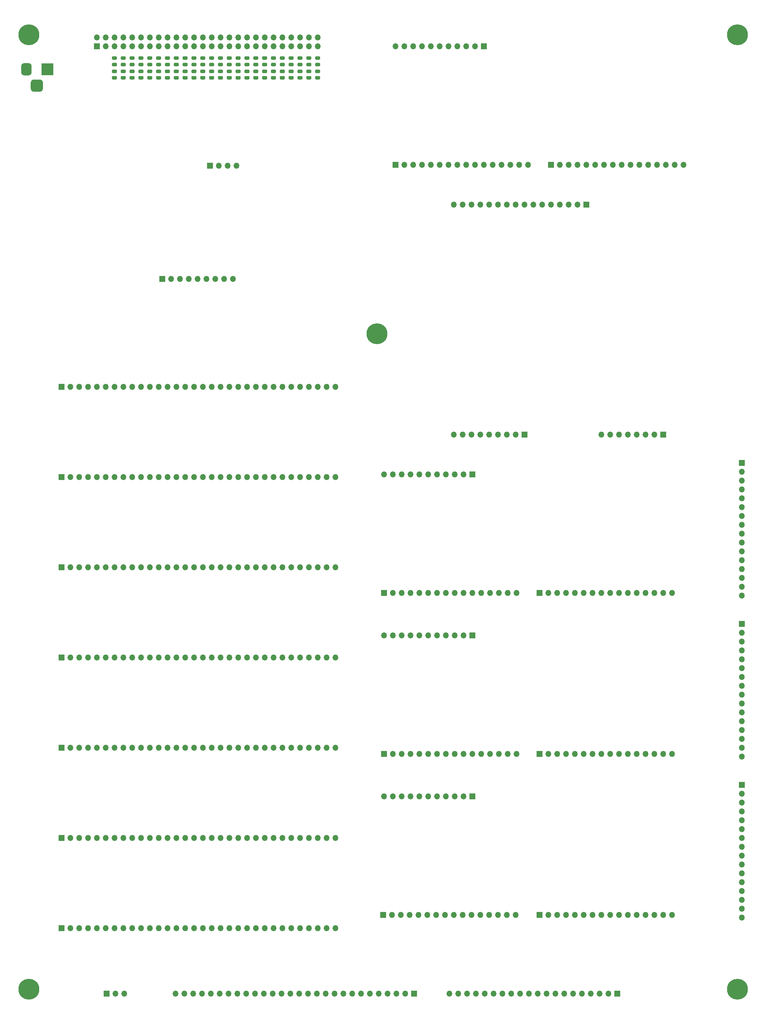
<source format=gbr>
%TF.GenerationSoftware,KiCad,Pcbnew,(5.1.10-1-10_14)*%
%TF.CreationDate,2021-11-29T15:29:07-05:00*%
%TF.ProjectId,FULL-assembly-backplane,46554c4c-2d61-4737-9365-6d626c792d62,rev?*%
%TF.SameCoordinates,Original*%
%TF.FileFunction,Soldermask,Top*%
%TF.FilePolarity,Negative*%
%FSLAX46Y46*%
G04 Gerber Fmt 4.6, Leading zero omitted, Abs format (unit mm)*
G04 Created by KiCad (PCBNEW (5.1.10-1-10_14)) date 2021-11-29 15:29:07*
%MOMM*%
%LPD*%
G01*
G04 APERTURE LIST*
%ADD10O,1.700000X1.700000*%
%ADD11R,1.700000X1.700000*%
%ADD12C,6.000000*%
%ADD13C,0.800000*%
%ADD14R,3.500000X3.500000*%
G04 APERTURE END LIST*
D10*
%TO.C,J24*%
X139954000Y-270764000D03*
X137414000Y-270764000D03*
D11*
X134874000Y-270764000D03*
%TD*%
D10*
%TO.C,J2*%
X233426000Y-270764000D03*
X235966000Y-270764000D03*
X238506000Y-270764000D03*
X241046000Y-270764000D03*
X243586000Y-270764000D03*
X246126000Y-270764000D03*
X248666000Y-270764000D03*
X251206000Y-270764000D03*
X253746000Y-270764000D03*
X256286000Y-270764000D03*
X258826000Y-270764000D03*
X261366000Y-270764000D03*
X263906000Y-270764000D03*
X266446000Y-270764000D03*
X268986000Y-270764000D03*
X271526000Y-270764000D03*
X274066000Y-270764000D03*
X276606000Y-270764000D03*
X279146000Y-270764000D03*
D11*
X281686000Y-270764000D03*
%TD*%
%TO.C,R24*%
G36*
G01*
X195129998Y-7258000D02*
X196030002Y-7258000D01*
G75*
G02*
X196280000Y-7507998I0J-249998D01*
G01*
X196280000Y-8033002D01*
G75*
G02*
X196030002Y-8283000I-249998J0D01*
G01*
X195129998Y-8283000D01*
G75*
G02*
X194880000Y-8033002I0J249998D01*
G01*
X194880000Y-7507998D01*
G75*
G02*
X195129998Y-7258000I249998J0D01*
G01*
G37*
G36*
G01*
X195129998Y-5433000D02*
X196030002Y-5433000D01*
G75*
G02*
X196280000Y-5682998I0J-249998D01*
G01*
X196280000Y-6208002D01*
G75*
G02*
X196030002Y-6458000I-249998J0D01*
G01*
X195129998Y-6458000D01*
G75*
G02*
X194880000Y-6208002I0J249998D01*
G01*
X194880000Y-5682998D01*
G75*
G02*
X195129998Y-5433000I249998J0D01*
G01*
G37*
%TD*%
%TO.C,R23*%
G36*
G01*
X192589998Y-7258000D02*
X193490002Y-7258000D01*
G75*
G02*
X193740000Y-7507998I0J-249998D01*
G01*
X193740000Y-8033002D01*
G75*
G02*
X193490002Y-8283000I-249998J0D01*
G01*
X192589998Y-8283000D01*
G75*
G02*
X192340000Y-8033002I0J249998D01*
G01*
X192340000Y-7507998D01*
G75*
G02*
X192589998Y-7258000I249998J0D01*
G01*
G37*
G36*
G01*
X192589998Y-5433000D02*
X193490002Y-5433000D01*
G75*
G02*
X193740000Y-5682998I0J-249998D01*
G01*
X193740000Y-6208002D01*
G75*
G02*
X193490002Y-6458000I-249998J0D01*
G01*
X192589998Y-6458000D01*
G75*
G02*
X192340000Y-6208002I0J249998D01*
G01*
X192340000Y-5682998D01*
G75*
G02*
X192589998Y-5433000I249998J0D01*
G01*
G37*
%TD*%
%TO.C,R22*%
G36*
G01*
X190049998Y-7258000D02*
X190950002Y-7258000D01*
G75*
G02*
X191200000Y-7507998I0J-249998D01*
G01*
X191200000Y-8033002D01*
G75*
G02*
X190950002Y-8283000I-249998J0D01*
G01*
X190049998Y-8283000D01*
G75*
G02*
X189800000Y-8033002I0J249998D01*
G01*
X189800000Y-7507998D01*
G75*
G02*
X190049998Y-7258000I249998J0D01*
G01*
G37*
G36*
G01*
X190049998Y-5433000D02*
X190950002Y-5433000D01*
G75*
G02*
X191200000Y-5682998I0J-249998D01*
G01*
X191200000Y-6208002D01*
G75*
G02*
X190950002Y-6458000I-249998J0D01*
G01*
X190049998Y-6458000D01*
G75*
G02*
X189800000Y-6208002I0J249998D01*
G01*
X189800000Y-5682998D01*
G75*
G02*
X190049998Y-5433000I249998J0D01*
G01*
G37*
%TD*%
%TO.C,R21*%
G36*
G01*
X187509998Y-7258000D02*
X188410002Y-7258000D01*
G75*
G02*
X188660000Y-7507998I0J-249998D01*
G01*
X188660000Y-8033002D01*
G75*
G02*
X188410002Y-8283000I-249998J0D01*
G01*
X187509998Y-8283000D01*
G75*
G02*
X187260000Y-8033002I0J249998D01*
G01*
X187260000Y-7507998D01*
G75*
G02*
X187509998Y-7258000I249998J0D01*
G01*
G37*
G36*
G01*
X187509998Y-5433000D02*
X188410002Y-5433000D01*
G75*
G02*
X188660000Y-5682998I0J-249998D01*
G01*
X188660000Y-6208002D01*
G75*
G02*
X188410002Y-6458000I-249998J0D01*
G01*
X187509998Y-6458000D01*
G75*
G02*
X187260000Y-6208002I0J249998D01*
G01*
X187260000Y-5682998D01*
G75*
G02*
X187509998Y-5433000I249998J0D01*
G01*
G37*
%TD*%
%TO.C,R20*%
G36*
G01*
X184969998Y-7258000D02*
X185870002Y-7258000D01*
G75*
G02*
X186120000Y-7507998I0J-249998D01*
G01*
X186120000Y-8033002D01*
G75*
G02*
X185870002Y-8283000I-249998J0D01*
G01*
X184969998Y-8283000D01*
G75*
G02*
X184720000Y-8033002I0J249998D01*
G01*
X184720000Y-7507998D01*
G75*
G02*
X184969998Y-7258000I249998J0D01*
G01*
G37*
G36*
G01*
X184969998Y-5433000D02*
X185870002Y-5433000D01*
G75*
G02*
X186120000Y-5682998I0J-249998D01*
G01*
X186120000Y-6208002D01*
G75*
G02*
X185870002Y-6458000I-249998J0D01*
G01*
X184969998Y-6458000D01*
G75*
G02*
X184720000Y-6208002I0J249998D01*
G01*
X184720000Y-5682998D01*
G75*
G02*
X184969998Y-5433000I249998J0D01*
G01*
G37*
%TD*%
%TO.C,R19*%
G36*
G01*
X182429998Y-7258000D02*
X183330002Y-7258000D01*
G75*
G02*
X183580000Y-7507998I0J-249998D01*
G01*
X183580000Y-8033002D01*
G75*
G02*
X183330002Y-8283000I-249998J0D01*
G01*
X182429998Y-8283000D01*
G75*
G02*
X182180000Y-8033002I0J249998D01*
G01*
X182180000Y-7507998D01*
G75*
G02*
X182429998Y-7258000I249998J0D01*
G01*
G37*
G36*
G01*
X182429998Y-5433000D02*
X183330002Y-5433000D01*
G75*
G02*
X183580000Y-5682998I0J-249998D01*
G01*
X183580000Y-6208002D01*
G75*
G02*
X183330002Y-6458000I-249998J0D01*
G01*
X182429998Y-6458000D01*
G75*
G02*
X182180000Y-6208002I0J249998D01*
G01*
X182180000Y-5682998D01*
G75*
G02*
X182429998Y-5433000I249998J0D01*
G01*
G37*
%TD*%
%TO.C,R18*%
G36*
G01*
X179889998Y-7258000D02*
X180790002Y-7258000D01*
G75*
G02*
X181040000Y-7507998I0J-249998D01*
G01*
X181040000Y-8033002D01*
G75*
G02*
X180790002Y-8283000I-249998J0D01*
G01*
X179889998Y-8283000D01*
G75*
G02*
X179640000Y-8033002I0J249998D01*
G01*
X179640000Y-7507998D01*
G75*
G02*
X179889998Y-7258000I249998J0D01*
G01*
G37*
G36*
G01*
X179889998Y-5433000D02*
X180790002Y-5433000D01*
G75*
G02*
X181040000Y-5682998I0J-249998D01*
G01*
X181040000Y-6208002D01*
G75*
G02*
X180790002Y-6458000I-249998J0D01*
G01*
X179889998Y-6458000D01*
G75*
G02*
X179640000Y-6208002I0J249998D01*
G01*
X179640000Y-5682998D01*
G75*
G02*
X179889998Y-5433000I249998J0D01*
G01*
G37*
%TD*%
%TO.C,R17*%
G36*
G01*
X177349998Y-7258000D02*
X178250002Y-7258000D01*
G75*
G02*
X178500000Y-7507998I0J-249998D01*
G01*
X178500000Y-8033002D01*
G75*
G02*
X178250002Y-8283000I-249998J0D01*
G01*
X177349998Y-8283000D01*
G75*
G02*
X177100000Y-8033002I0J249998D01*
G01*
X177100000Y-7507998D01*
G75*
G02*
X177349998Y-7258000I249998J0D01*
G01*
G37*
G36*
G01*
X177349998Y-5433000D02*
X178250002Y-5433000D01*
G75*
G02*
X178500000Y-5682998I0J-249998D01*
G01*
X178500000Y-6208002D01*
G75*
G02*
X178250002Y-6458000I-249998J0D01*
G01*
X177349998Y-6458000D01*
G75*
G02*
X177100000Y-6208002I0J249998D01*
G01*
X177100000Y-5682998D01*
G75*
G02*
X177349998Y-5433000I249998J0D01*
G01*
G37*
%TD*%
%TO.C,R16*%
G36*
G01*
X174809998Y-7258000D02*
X175710002Y-7258000D01*
G75*
G02*
X175960000Y-7507998I0J-249998D01*
G01*
X175960000Y-8033002D01*
G75*
G02*
X175710002Y-8283000I-249998J0D01*
G01*
X174809998Y-8283000D01*
G75*
G02*
X174560000Y-8033002I0J249998D01*
G01*
X174560000Y-7507998D01*
G75*
G02*
X174809998Y-7258000I249998J0D01*
G01*
G37*
G36*
G01*
X174809998Y-5433000D02*
X175710002Y-5433000D01*
G75*
G02*
X175960000Y-5682998I0J-249998D01*
G01*
X175960000Y-6208002D01*
G75*
G02*
X175710002Y-6458000I-249998J0D01*
G01*
X174809998Y-6458000D01*
G75*
G02*
X174560000Y-6208002I0J249998D01*
G01*
X174560000Y-5682998D01*
G75*
G02*
X174809998Y-5433000I249998J0D01*
G01*
G37*
%TD*%
%TO.C,R15*%
G36*
G01*
X172269998Y-7258000D02*
X173170002Y-7258000D01*
G75*
G02*
X173420000Y-7507998I0J-249998D01*
G01*
X173420000Y-8033002D01*
G75*
G02*
X173170002Y-8283000I-249998J0D01*
G01*
X172269998Y-8283000D01*
G75*
G02*
X172020000Y-8033002I0J249998D01*
G01*
X172020000Y-7507998D01*
G75*
G02*
X172269998Y-7258000I249998J0D01*
G01*
G37*
G36*
G01*
X172269998Y-5433000D02*
X173170002Y-5433000D01*
G75*
G02*
X173420000Y-5682998I0J-249998D01*
G01*
X173420000Y-6208002D01*
G75*
G02*
X173170002Y-6458000I-249998J0D01*
G01*
X172269998Y-6458000D01*
G75*
G02*
X172020000Y-6208002I0J249998D01*
G01*
X172020000Y-5682998D01*
G75*
G02*
X172269998Y-5433000I249998J0D01*
G01*
G37*
%TD*%
%TO.C,R14*%
G36*
G01*
X169729998Y-7258000D02*
X170630002Y-7258000D01*
G75*
G02*
X170880000Y-7507998I0J-249998D01*
G01*
X170880000Y-8033002D01*
G75*
G02*
X170630002Y-8283000I-249998J0D01*
G01*
X169729998Y-8283000D01*
G75*
G02*
X169480000Y-8033002I0J249998D01*
G01*
X169480000Y-7507998D01*
G75*
G02*
X169729998Y-7258000I249998J0D01*
G01*
G37*
G36*
G01*
X169729998Y-5433000D02*
X170630002Y-5433000D01*
G75*
G02*
X170880000Y-5682998I0J-249998D01*
G01*
X170880000Y-6208002D01*
G75*
G02*
X170630002Y-6458000I-249998J0D01*
G01*
X169729998Y-6458000D01*
G75*
G02*
X169480000Y-6208002I0J249998D01*
G01*
X169480000Y-5682998D01*
G75*
G02*
X169729998Y-5433000I249998J0D01*
G01*
G37*
%TD*%
%TO.C,R13*%
G36*
G01*
X167189998Y-7258000D02*
X168090002Y-7258000D01*
G75*
G02*
X168340000Y-7507998I0J-249998D01*
G01*
X168340000Y-8033002D01*
G75*
G02*
X168090002Y-8283000I-249998J0D01*
G01*
X167189998Y-8283000D01*
G75*
G02*
X166940000Y-8033002I0J249998D01*
G01*
X166940000Y-7507998D01*
G75*
G02*
X167189998Y-7258000I249998J0D01*
G01*
G37*
G36*
G01*
X167189998Y-5433000D02*
X168090002Y-5433000D01*
G75*
G02*
X168340000Y-5682998I0J-249998D01*
G01*
X168340000Y-6208002D01*
G75*
G02*
X168090002Y-6458000I-249998J0D01*
G01*
X167189998Y-6458000D01*
G75*
G02*
X166940000Y-6208002I0J249998D01*
G01*
X166940000Y-5682998D01*
G75*
G02*
X167189998Y-5433000I249998J0D01*
G01*
G37*
%TD*%
%TO.C,R12*%
G36*
G01*
X164649998Y-7258000D02*
X165550002Y-7258000D01*
G75*
G02*
X165800000Y-7507998I0J-249998D01*
G01*
X165800000Y-8033002D01*
G75*
G02*
X165550002Y-8283000I-249998J0D01*
G01*
X164649998Y-8283000D01*
G75*
G02*
X164400000Y-8033002I0J249998D01*
G01*
X164400000Y-7507998D01*
G75*
G02*
X164649998Y-7258000I249998J0D01*
G01*
G37*
G36*
G01*
X164649998Y-5433000D02*
X165550002Y-5433000D01*
G75*
G02*
X165800000Y-5682998I0J-249998D01*
G01*
X165800000Y-6208002D01*
G75*
G02*
X165550002Y-6458000I-249998J0D01*
G01*
X164649998Y-6458000D01*
G75*
G02*
X164400000Y-6208002I0J249998D01*
G01*
X164400000Y-5682998D01*
G75*
G02*
X164649998Y-5433000I249998J0D01*
G01*
G37*
%TD*%
%TO.C,R11*%
G36*
G01*
X162109998Y-7258000D02*
X163010002Y-7258000D01*
G75*
G02*
X163260000Y-7507998I0J-249998D01*
G01*
X163260000Y-8033002D01*
G75*
G02*
X163010002Y-8283000I-249998J0D01*
G01*
X162109998Y-8283000D01*
G75*
G02*
X161860000Y-8033002I0J249998D01*
G01*
X161860000Y-7507998D01*
G75*
G02*
X162109998Y-7258000I249998J0D01*
G01*
G37*
G36*
G01*
X162109998Y-5433000D02*
X163010002Y-5433000D01*
G75*
G02*
X163260000Y-5682998I0J-249998D01*
G01*
X163260000Y-6208002D01*
G75*
G02*
X163010002Y-6458000I-249998J0D01*
G01*
X162109998Y-6458000D01*
G75*
G02*
X161860000Y-6208002I0J249998D01*
G01*
X161860000Y-5682998D01*
G75*
G02*
X162109998Y-5433000I249998J0D01*
G01*
G37*
%TD*%
%TO.C,R10*%
G36*
G01*
X159569998Y-7258000D02*
X160470002Y-7258000D01*
G75*
G02*
X160720000Y-7507998I0J-249998D01*
G01*
X160720000Y-8033002D01*
G75*
G02*
X160470002Y-8283000I-249998J0D01*
G01*
X159569998Y-8283000D01*
G75*
G02*
X159320000Y-8033002I0J249998D01*
G01*
X159320000Y-7507998D01*
G75*
G02*
X159569998Y-7258000I249998J0D01*
G01*
G37*
G36*
G01*
X159569998Y-5433000D02*
X160470002Y-5433000D01*
G75*
G02*
X160720000Y-5682998I0J-249998D01*
G01*
X160720000Y-6208002D01*
G75*
G02*
X160470002Y-6458000I-249998J0D01*
G01*
X159569998Y-6458000D01*
G75*
G02*
X159320000Y-6208002I0J249998D01*
G01*
X159320000Y-5682998D01*
G75*
G02*
X159569998Y-5433000I249998J0D01*
G01*
G37*
%TD*%
%TO.C,R9*%
G36*
G01*
X157029998Y-7258000D02*
X157930002Y-7258000D01*
G75*
G02*
X158180000Y-7507998I0J-249998D01*
G01*
X158180000Y-8033002D01*
G75*
G02*
X157930002Y-8283000I-249998J0D01*
G01*
X157029998Y-8283000D01*
G75*
G02*
X156780000Y-8033002I0J249998D01*
G01*
X156780000Y-7507998D01*
G75*
G02*
X157029998Y-7258000I249998J0D01*
G01*
G37*
G36*
G01*
X157029998Y-5433000D02*
X157930002Y-5433000D01*
G75*
G02*
X158180000Y-5682998I0J-249998D01*
G01*
X158180000Y-6208002D01*
G75*
G02*
X157930002Y-6458000I-249998J0D01*
G01*
X157029998Y-6458000D01*
G75*
G02*
X156780000Y-6208002I0J249998D01*
G01*
X156780000Y-5682998D01*
G75*
G02*
X157029998Y-5433000I249998J0D01*
G01*
G37*
%TD*%
%TO.C,D24*%
G36*
G01*
X196036250Y-2598000D02*
X195123750Y-2598000D01*
G75*
G02*
X194880000Y-2354250I0J243750D01*
G01*
X194880000Y-1866750D01*
G75*
G02*
X195123750Y-1623000I243750J0D01*
G01*
X196036250Y-1623000D01*
G75*
G02*
X196280000Y-1866750I0J-243750D01*
G01*
X196280000Y-2354250D01*
G75*
G02*
X196036250Y-2598000I-243750J0D01*
G01*
G37*
G36*
G01*
X196036250Y-4473000D02*
X195123750Y-4473000D01*
G75*
G02*
X194880000Y-4229250I0J243750D01*
G01*
X194880000Y-3741750D01*
G75*
G02*
X195123750Y-3498000I243750J0D01*
G01*
X196036250Y-3498000D01*
G75*
G02*
X196280000Y-3741750I0J-243750D01*
G01*
X196280000Y-4229250D01*
G75*
G02*
X196036250Y-4473000I-243750J0D01*
G01*
G37*
%TD*%
%TO.C,D23*%
G36*
G01*
X193496250Y-2598000D02*
X192583750Y-2598000D01*
G75*
G02*
X192340000Y-2354250I0J243750D01*
G01*
X192340000Y-1866750D01*
G75*
G02*
X192583750Y-1623000I243750J0D01*
G01*
X193496250Y-1623000D01*
G75*
G02*
X193740000Y-1866750I0J-243750D01*
G01*
X193740000Y-2354250D01*
G75*
G02*
X193496250Y-2598000I-243750J0D01*
G01*
G37*
G36*
G01*
X193496250Y-4473000D02*
X192583750Y-4473000D01*
G75*
G02*
X192340000Y-4229250I0J243750D01*
G01*
X192340000Y-3741750D01*
G75*
G02*
X192583750Y-3498000I243750J0D01*
G01*
X193496250Y-3498000D01*
G75*
G02*
X193740000Y-3741750I0J-243750D01*
G01*
X193740000Y-4229250D01*
G75*
G02*
X193496250Y-4473000I-243750J0D01*
G01*
G37*
%TD*%
%TO.C,D22*%
G36*
G01*
X190956250Y-2598000D02*
X190043750Y-2598000D01*
G75*
G02*
X189800000Y-2354250I0J243750D01*
G01*
X189800000Y-1866750D01*
G75*
G02*
X190043750Y-1623000I243750J0D01*
G01*
X190956250Y-1623000D01*
G75*
G02*
X191200000Y-1866750I0J-243750D01*
G01*
X191200000Y-2354250D01*
G75*
G02*
X190956250Y-2598000I-243750J0D01*
G01*
G37*
G36*
G01*
X190956250Y-4473000D02*
X190043750Y-4473000D01*
G75*
G02*
X189800000Y-4229250I0J243750D01*
G01*
X189800000Y-3741750D01*
G75*
G02*
X190043750Y-3498000I243750J0D01*
G01*
X190956250Y-3498000D01*
G75*
G02*
X191200000Y-3741750I0J-243750D01*
G01*
X191200000Y-4229250D01*
G75*
G02*
X190956250Y-4473000I-243750J0D01*
G01*
G37*
%TD*%
%TO.C,D21*%
G36*
G01*
X188416250Y-2598000D02*
X187503750Y-2598000D01*
G75*
G02*
X187260000Y-2354250I0J243750D01*
G01*
X187260000Y-1866750D01*
G75*
G02*
X187503750Y-1623000I243750J0D01*
G01*
X188416250Y-1623000D01*
G75*
G02*
X188660000Y-1866750I0J-243750D01*
G01*
X188660000Y-2354250D01*
G75*
G02*
X188416250Y-2598000I-243750J0D01*
G01*
G37*
G36*
G01*
X188416250Y-4473000D02*
X187503750Y-4473000D01*
G75*
G02*
X187260000Y-4229250I0J243750D01*
G01*
X187260000Y-3741750D01*
G75*
G02*
X187503750Y-3498000I243750J0D01*
G01*
X188416250Y-3498000D01*
G75*
G02*
X188660000Y-3741750I0J-243750D01*
G01*
X188660000Y-4229250D01*
G75*
G02*
X188416250Y-4473000I-243750J0D01*
G01*
G37*
%TD*%
%TO.C,D20*%
G36*
G01*
X185876250Y-2598000D02*
X184963750Y-2598000D01*
G75*
G02*
X184720000Y-2354250I0J243750D01*
G01*
X184720000Y-1866750D01*
G75*
G02*
X184963750Y-1623000I243750J0D01*
G01*
X185876250Y-1623000D01*
G75*
G02*
X186120000Y-1866750I0J-243750D01*
G01*
X186120000Y-2354250D01*
G75*
G02*
X185876250Y-2598000I-243750J0D01*
G01*
G37*
G36*
G01*
X185876250Y-4473000D02*
X184963750Y-4473000D01*
G75*
G02*
X184720000Y-4229250I0J243750D01*
G01*
X184720000Y-3741750D01*
G75*
G02*
X184963750Y-3498000I243750J0D01*
G01*
X185876250Y-3498000D01*
G75*
G02*
X186120000Y-3741750I0J-243750D01*
G01*
X186120000Y-4229250D01*
G75*
G02*
X185876250Y-4473000I-243750J0D01*
G01*
G37*
%TD*%
%TO.C,D19*%
G36*
G01*
X183336250Y-2598000D02*
X182423750Y-2598000D01*
G75*
G02*
X182180000Y-2354250I0J243750D01*
G01*
X182180000Y-1866750D01*
G75*
G02*
X182423750Y-1623000I243750J0D01*
G01*
X183336250Y-1623000D01*
G75*
G02*
X183580000Y-1866750I0J-243750D01*
G01*
X183580000Y-2354250D01*
G75*
G02*
X183336250Y-2598000I-243750J0D01*
G01*
G37*
G36*
G01*
X183336250Y-4473000D02*
X182423750Y-4473000D01*
G75*
G02*
X182180000Y-4229250I0J243750D01*
G01*
X182180000Y-3741750D01*
G75*
G02*
X182423750Y-3498000I243750J0D01*
G01*
X183336250Y-3498000D01*
G75*
G02*
X183580000Y-3741750I0J-243750D01*
G01*
X183580000Y-4229250D01*
G75*
G02*
X183336250Y-4473000I-243750J0D01*
G01*
G37*
%TD*%
%TO.C,D18*%
G36*
G01*
X180796250Y-2598000D02*
X179883750Y-2598000D01*
G75*
G02*
X179640000Y-2354250I0J243750D01*
G01*
X179640000Y-1866750D01*
G75*
G02*
X179883750Y-1623000I243750J0D01*
G01*
X180796250Y-1623000D01*
G75*
G02*
X181040000Y-1866750I0J-243750D01*
G01*
X181040000Y-2354250D01*
G75*
G02*
X180796250Y-2598000I-243750J0D01*
G01*
G37*
G36*
G01*
X180796250Y-4473000D02*
X179883750Y-4473000D01*
G75*
G02*
X179640000Y-4229250I0J243750D01*
G01*
X179640000Y-3741750D01*
G75*
G02*
X179883750Y-3498000I243750J0D01*
G01*
X180796250Y-3498000D01*
G75*
G02*
X181040000Y-3741750I0J-243750D01*
G01*
X181040000Y-4229250D01*
G75*
G02*
X180796250Y-4473000I-243750J0D01*
G01*
G37*
%TD*%
%TO.C,D17*%
G36*
G01*
X178256250Y-2598000D02*
X177343750Y-2598000D01*
G75*
G02*
X177100000Y-2354250I0J243750D01*
G01*
X177100000Y-1866750D01*
G75*
G02*
X177343750Y-1623000I243750J0D01*
G01*
X178256250Y-1623000D01*
G75*
G02*
X178500000Y-1866750I0J-243750D01*
G01*
X178500000Y-2354250D01*
G75*
G02*
X178256250Y-2598000I-243750J0D01*
G01*
G37*
G36*
G01*
X178256250Y-4473000D02*
X177343750Y-4473000D01*
G75*
G02*
X177100000Y-4229250I0J243750D01*
G01*
X177100000Y-3741750D01*
G75*
G02*
X177343750Y-3498000I243750J0D01*
G01*
X178256250Y-3498000D01*
G75*
G02*
X178500000Y-3741750I0J-243750D01*
G01*
X178500000Y-4229250D01*
G75*
G02*
X178256250Y-4473000I-243750J0D01*
G01*
G37*
%TD*%
%TO.C,D16*%
G36*
G01*
X175716250Y-2598000D02*
X174803750Y-2598000D01*
G75*
G02*
X174560000Y-2354250I0J243750D01*
G01*
X174560000Y-1866750D01*
G75*
G02*
X174803750Y-1623000I243750J0D01*
G01*
X175716250Y-1623000D01*
G75*
G02*
X175960000Y-1866750I0J-243750D01*
G01*
X175960000Y-2354250D01*
G75*
G02*
X175716250Y-2598000I-243750J0D01*
G01*
G37*
G36*
G01*
X175716250Y-4473000D02*
X174803750Y-4473000D01*
G75*
G02*
X174560000Y-4229250I0J243750D01*
G01*
X174560000Y-3741750D01*
G75*
G02*
X174803750Y-3498000I243750J0D01*
G01*
X175716250Y-3498000D01*
G75*
G02*
X175960000Y-3741750I0J-243750D01*
G01*
X175960000Y-4229250D01*
G75*
G02*
X175716250Y-4473000I-243750J0D01*
G01*
G37*
%TD*%
%TO.C,D15*%
G36*
G01*
X173176250Y-2598000D02*
X172263750Y-2598000D01*
G75*
G02*
X172020000Y-2354250I0J243750D01*
G01*
X172020000Y-1866750D01*
G75*
G02*
X172263750Y-1623000I243750J0D01*
G01*
X173176250Y-1623000D01*
G75*
G02*
X173420000Y-1866750I0J-243750D01*
G01*
X173420000Y-2354250D01*
G75*
G02*
X173176250Y-2598000I-243750J0D01*
G01*
G37*
G36*
G01*
X173176250Y-4473000D02*
X172263750Y-4473000D01*
G75*
G02*
X172020000Y-4229250I0J243750D01*
G01*
X172020000Y-3741750D01*
G75*
G02*
X172263750Y-3498000I243750J0D01*
G01*
X173176250Y-3498000D01*
G75*
G02*
X173420000Y-3741750I0J-243750D01*
G01*
X173420000Y-4229250D01*
G75*
G02*
X173176250Y-4473000I-243750J0D01*
G01*
G37*
%TD*%
%TO.C,D14*%
G36*
G01*
X170636250Y-2598000D02*
X169723750Y-2598000D01*
G75*
G02*
X169480000Y-2354250I0J243750D01*
G01*
X169480000Y-1866750D01*
G75*
G02*
X169723750Y-1623000I243750J0D01*
G01*
X170636250Y-1623000D01*
G75*
G02*
X170880000Y-1866750I0J-243750D01*
G01*
X170880000Y-2354250D01*
G75*
G02*
X170636250Y-2598000I-243750J0D01*
G01*
G37*
G36*
G01*
X170636250Y-4473000D02*
X169723750Y-4473000D01*
G75*
G02*
X169480000Y-4229250I0J243750D01*
G01*
X169480000Y-3741750D01*
G75*
G02*
X169723750Y-3498000I243750J0D01*
G01*
X170636250Y-3498000D01*
G75*
G02*
X170880000Y-3741750I0J-243750D01*
G01*
X170880000Y-4229250D01*
G75*
G02*
X170636250Y-4473000I-243750J0D01*
G01*
G37*
%TD*%
%TO.C,D13*%
G36*
G01*
X168096250Y-2598000D02*
X167183750Y-2598000D01*
G75*
G02*
X166940000Y-2354250I0J243750D01*
G01*
X166940000Y-1866750D01*
G75*
G02*
X167183750Y-1623000I243750J0D01*
G01*
X168096250Y-1623000D01*
G75*
G02*
X168340000Y-1866750I0J-243750D01*
G01*
X168340000Y-2354250D01*
G75*
G02*
X168096250Y-2598000I-243750J0D01*
G01*
G37*
G36*
G01*
X168096250Y-4473000D02*
X167183750Y-4473000D01*
G75*
G02*
X166940000Y-4229250I0J243750D01*
G01*
X166940000Y-3741750D01*
G75*
G02*
X167183750Y-3498000I243750J0D01*
G01*
X168096250Y-3498000D01*
G75*
G02*
X168340000Y-3741750I0J-243750D01*
G01*
X168340000Y-4229250D01*
G75*
G02*
X168096250Y-4473000I-243750J0D01*
G01*
G37*
%TD*%
%TO.C,D12*%
G36*
G01*
X165556250Y-2598000D02*
X164643750Y-2598000D01*
G75*
G02*
X164400000Y-2354250I0J243750D01*
G01*
X164400000Y-1866750D01*
G75*
G02*
X164643750Y-1623000I243750J0D01*
G01*
X165556250Y-1623000D01*
G75*
G02*
X165800000Y-1866750I0J-243750D01*
G01*
X165800000Y-2354250D01*
G75*
G02*
X165556250Y-2598000I-243750J0D01*
G01*
G37*
G36*
G01*
X165556250Y-4473000D02*
X164643750Y-4473000D01*
G75*
G02*
X164400000Y-4229250I0J243750D01*
G01*
X164400000Y-3741750D01*
G75*
G02*
X164643750Y-3498000I243750J0D01*
G01*
X165556250Y-3498000D01*
G75*
G02*
X165800000Y-3741750I0J-243750D01*
G01*
X165800000Y-4229250D01*
G75*
G02*
X165556250Y-4473000I-243750J0D01*
G01*
G37*
%TD*%
%TO.C,D11*%
G36*
G01*
X163016250Y-2598000D02*
X162103750Y-2598000D01*
G75*
G02*
X161860000Y-2354250I0J243750D01*
G01*
X161860000Y-1866750D01*
G75*
G02*
X162103750Y-1623000I243750J0D01*
G01*
X163016250Y-1623000D01*
G75*
G02*
X163260000Y-1866750I0J-243750D01*
G01*
X163260000Y-2354250D01*
G75*
G02*
X163016250Y-2598000I-243750J0D01*
G01*
G37*
G36*
G01*
X163016250Y-4473000D02*
X162103750Y-4473000D01*
G75*
G02*
X161860000Y-4229250I0J243750D01*
G01*
X161860000Y-3741750D01*
G75*
G02*
X162103750Y-3498000I243750J0D01*
G01*
X163016250Y-3498000D01*
G75*
G02*
X163260000Y-3741750I0J-243750D01*
G01*
X163260000Y-4229250D01*
G75*
G02*
X163016250Y-4473000I-243750J0D01*
G01*
G37*
%TD*%
%TO.C,D10*%
G36*
G01*
X160476250Y-2598000D02*
X159563750Y-2598000D01*
G75*
G02*
X159320000Y-2354250I0J243750D01*
G01*
X159320000Y-1866750D01*
G75*
G02*
X159563750Y-1623000I243750J0D01*
G01*
X160476250Y-1623000D01*
G75*
G02*
X160720000Y-1866750I0J-243750D01*
G01*
X160720000Y-2354250D01*
G75*
G02*
X160476250Y-2598000I-243750J0D01*
G01*
G37*
G36*
G01*
X160476250Y-4473000D02*
X159563750Y-4473000D01*
G75*
G02*
X159320000Y-4229250I0J243750D01*
G01*
X159320000Y-3741750D01*
G75*
G02*
X159563750Y-3498000I243750J0D01*
G01*
X160476250Y-3498000D01*
G75*
G02*
X160720000Y-3741750I0J-243750D01*
G01*
X160720000Y-4229250D01*
G75*
G02*
X160476250Y-4473000I-243750J0D01*
G01*
G37*
%TD*%
%TO.C,D9*%
G36*
G01*
X157936250Y-2598000D02*
X157023750Y-2598000D01*
G75*
G02*
X156780000Y-2354250I0J243750D01*
G01*
X156780000Y-1866750D01*
G75*
G02*
X157023750Y-1623000I243750J0D01*
G01*
X157936250Y-1623000D01*
G75*
G02*
X158180000Y-1866750I0J-243750D01*
G01*
X158180000Y-2354250D01*
G75*
G02*
X157936250Y-2598000I-243750J0D01*
G01*
G37*
G36*
G01*
X157936250Y-4473000D02*
X157023750Y-4473000D01*
G75*
G02*
X156780000Y-4229250I0J243750D01*
G01*
X156780000Y-3741750D01*
G75*
G02*
X157023750Y-3498000I243750J0D01*
G01*
X157936250Y-3498000D01*
G75*
G02*
X158180000Y-3741750I0J-243750D01*
G01*
X158180000Y-4229250D01*
G75*
G02*
X157936250Y-4473000I-243750J0D01*
G01*
G37*
%TD*%
%TO.C,R8*%
G36*
G01*
X154489998Y-7258000D02*
X155390002Y-7258000D01*
G75*
G02*
X155640000Y-7507998I0J-249998D01*
G01*
X155640000Y-8033002D01*
G75*
G02*
X155390002Y-8283000I-249998J0D01*
G01*
X154489998Y-8283000D01*
G75*
G02*
X154240000Y-8033002I0J249998D01*
G01*
X154240000Y-7507998D01*
G75*
G02*
X154489998Y-7258000I249998J0D01*
G01*
G37*
G36*
G01*
X154489998Y-5433000D02*
X155390002Y-5433000D01*
G75*
G02*
X155640000Y-5682998I0J-249998D01*
G01*
X155640000Y-6208002D01*
G75*
G02*
X155390002Y-6458000I-249998J0D01*
G01*
X154489998Y-6458000D01*
G75*
G02*
X154240000Y-6208002I0J249998D01*
G01*
X154240000Y-5682998D01*
G75*
G02*
X154489998Y-5433000I249998J0D01*
G01*
G37*
%TD*%
%TO.C,R7*%
G36*
G01*
X151949998Y-7258000D02*
X152850002Y-7258000D01*
G75*
G02*
X153100000Y-7507998I0J-249998D01*
G01*
X153100000Y-8033002D01*
G75*
G02*
X152850002Y-8283000I-249998J0D01*
G01*
X151949998Y-8283000D01*
G75*
G02*
X151700000Y-8033002I0J249998D01*
G01*
X151700000Y-7507998D01*
G75*
G02*
X151949998Y-7258000I249998J0D01*
G01*
G37*
G36*
G01*
X151949998Y-5433000D02*
X152850002Y-5433000D01*
G75*
G02*
X153100000Y-5682998I0J-249998D01*
G01*
X153100000Y-6208002D01*
G75*
G02*
X152850002Y-6458000I-249998J0D01*
G01*
X151949998Y-6458000D01*
G75*
G02*
X151700000Y-6208002I0J249998D01*
G01*
X151700000Y-5682998D01*
G75*
G02*
X151949998Y-5433000I249998J0D01*
G01*
G37*
%TD*%
%TO.C,R6*%
G36*
G01*
X149409998Y-7258000D02*
X150310002Y-7258000D01*
G75*
G02*
X150560000Y-7507998I0J-249998D01*
G01*
X150560000Y-8033002D01*
G75*
G02*
X150310002Y-8283000I-249998J0D01*
G01*
X149409998Y-8283000D01*
G75*
G02*
X149160000Y-8033002I0J249998D01*
G01*
X149160000Y-7507998D01*
G75*
G02*
X149409998Y-7258000I249998J0D01*
G01*
G37*
G36*
G01*
X149409998Y-5433000D02*
X150310002Y-5433000D01*
G75*
G02*
X150560000Y-5682998I0J-249998D01*
G01*
X150560000Y-6208002D01*
G75*
G02*
X150310002Y-6458000I-249998J0D01*
G01*
X149409998Y-6458000D01*
G75*
G02*
X149160000Y-6208002I0J249998D01*
G01*
X149160000Y-5682998D01*
G75*
G02*
X149409998Y-5433000I249998J0D01*
G01*
G37*
%TD*%
%TO.C,R5*%
G36*
G01*
X146869998Y-7258000D02*
X147770002Y-7258000D01*
G75*
G02*
X148020000Y-7507998I0J-249998D01*
G01*
X148020000Y-8033002D01*
G75*
G02*
X147770002Y-8283000I-249998J0D01*
G01*
X146869998Y-8283000D01*
G75*
G02*
X146620000Y-8033002I0J249998D01*
G01*
X146620000Y-7507998D01*
G75*
G02*
X146869998Y-7258000I249998J0D01*
G01*
G37*
G36*
G01*
X146869998Y-5433000D02*
X147770002Y-5433000D01*
G75*
G02*
X148020000Y-5682998I0J-249998D01*
G01*
X148020000Y-6208002D01*
G75*
G02*
X147770002Y-6458000I-249998J0D01*
G01*
X146869998Y-6458000D01*
G75*
G02*
X146620000Y-6208002I0J249998D01*
G01*
X146620000Y-5682998D01*
G75*
G02*
X146869998Y-5433000I249998J0D01*
G01*
G37*
%TD*%
%TO.C,R4*%
G36*
G01*
X144329998Y-7258000D02*
X145230002Y-7258000D01*
G75*
G02*
X145480000Y-7507998I0J-249998D01*
G01*
X145480000Y-8033002D01*
G75*
G02*
X145230002Y-8283000I-249998J0D01*
G01*
X144329998Y-8283000D01*
G75*
G02*
X144080000Y-8033002I0J249998D01*
G01*
X144080000Y-7507998D01*
G75*
G02*
X144329998Y-7258000I249998J0D01*
G01*
G37*
G36*
G01*
X144329998Y-5433000D02*
X145230002Y-5433000D01*
G75*
G02*
X145480000Y-5682998I0J-249998D01*
G01*
X145480000Y-6208002D01*
G75*
G02*
X145230002Y-6458000I-249998J0D01*
G01*
X144329998Y-6458000D01*
G75*
G02*
X144080000Y-6208002I0J249998D01*
G01*
X144080000Y-5682998D01*
G75*
G02*
X144329998Y-5433000I249998J0D01*
G01*
G37*
%TD*%
%TO.C,R3*%
G36*
G01*
X141789998Y-7258000D02*
X142690002Y-7258000D01*
G75*
G02*
X142940000Y-7507998I0J-249998D01*
G01*
X142940000Y-8033002D01*
G75*
G02*
X142690002Y-8283000I-249998J0D01*
G01*
X141789998Y-8283000D01*
G75*
G02*
X141540000Y-8033002I0J249998D01*
G01*
X141540000Y-7507998D01*
G75*
G02*
X141789998Y-7258000I249998J0D01*
G01*
G37*
G36*
G01*
X141789998Y-5433000D02*
X142690002Y-5433000D01*
G75*
G02*
X142940000Y-5682998I0J-249998D01*
G01*
X142940000Y-6208002D01*
G75*
G02*
X142690002Y-6458000I-249998J0D01*
G01*
X141789998Y-6458000D01*
G75*
G02*
X141540000Y-6208002I0J249998D01*
G01*
X141540000Y-5682998D01*
G75*
G02*
X141789998Y-5433000I249998J0D01*
G01*
G37*
%TD*%
%TO.C,R2*%
G36*
G01*
X139249998Y-7258000D02*
X140150002Y-7258000D01*
G75*
G02*
X140400000Y-7507998I0J-249998D01*
G01*
X140400000Y-8033002D01*
G75*
G02*
X140150002Y-8283000I-249998J0D01*
G01*
X139249998Y-8283000D01*
G75*
G02*
X139000000Y-8033002I0J249998D01*
G01*
X139000000Y-7507998D01*
G75*
G02*
X139249998Y-7258000I249998J0D01*
G01*
G37*
G36*
G01*
X139249998Y-5433000D02*
X140150002Y-5433000D01*
G75*
G02*
X140400000Y-5682998I0J-249998D01*
G01*
X140400000Y-6208002D01*
G75*
G02*
X140150002Y-6458000I-249998J0D01*
G01*
X139249998Y-6458000D01*
G75*
G02*
X139000000Y-6208002I0J249998D01*
G01*
X139000000Y-5682998D01*
G75*
G02*
X139249998Y-5433000I249998J0D01*
G01*
G37*
%TD*%
%TO.C,R1*%
G36*
G01*
X136709998Y-7258000D02*
X137610002Y-7258000D01*
G75*
G02*
X137860000Y-7507998I0J-249998D01*
G01*
X137860000Y-8033002D01*
G75*
G02*
X137610002Y-8283000I-249998J0D01*
G01*
X136709998Y-8283000D01*
G75*
G02*
X136460000Y-8033002I0J249998D01*
G01*
X136460000Y-7507998D01*
G75*
G02*
X136709998Y-7258000I249998J0D01*
G01*
G37*
G36*
G01*
X136709998Y-5433000D02*
X137610002Y-5433000D01*
G75*
G02*
X137860000Y-5682998I0J-249998D01*
G01*
X137860000Y-6208002D01*
G75*
G02*
X137610002Y-6458000I-249998J0D01*
G01*
X136709998Y-6458000D01*
G75*
G02*
X136460000Y-6208002I0J249998D01*
G01*
X136460000Y-5682998D01*
G75*
G02*
X136709998Y-5433000I249998J0D01*
G01*
G37*
%TD*%
%TO.C,D8*%
G36*
G01*
X155396250Y-2598000D02*
X154483750Y-2598000D01*
G75*
G02*
X154240000Y-2354250I0J243750D01*
G01*
X154240000Y-1866750D01*
G75*
G02*
X154483750Y-1623000I243750J0D01*
G01*
X155396250Y-1623000D01*
G75*
G02*
X155640000Y-1866750I0J-243750D01*
G01*
X155640000Y-2354250D01*
G75*
G02*
X155396250Y-2598000I-243750J0D01*
G01*
G37*
G36*
G01*
X155396250Y-4473000D02*
X154483750Y-4473000D01*
G75*
G02*
X154240000Y-4229250I0J243750D01*
G01*
X154240000Y-3741750D01*
G75*
G02*
X154483750Y-3498000I243750J0D01*
G01*
X155396250Y-3498000D01*
G75*
G02*
X155640000Y-3741750I0J-243750D01*
G01*
X155640000Y-4229250D01*
G75*
G02*
X155396250Y-4473000I-243750J0D01*
G01*
G37*
%TD*%
%TO.C,D7*%
G36*
G01*
X152856250Y-2598000D02*
X151943750Y-2598000D01*
G75*
G02*
X151700000Y-2354250I0J243750D01*
G01*
X151700000Y-1866750D01*
G75*
G02*
X151943750Y-1623000I243750J0D01*
G01*
X152856250Y-1623000D01*
G75*
G02*
X153100000Y-1866750I0J-243750D01*
G01*
X153100000Y-2354250D01*
G75*
G02*
X152856250Y-2598000I-243750J0D01*
G01*
G37*
G36*
G01*
X152856250Y-4473000D02*
X151943750Y-4473000D01*
G75*
G02*
X151700000Y-4229250I0J243750D01*
G01*
X151700000Y-3741750D01*
G75*
G02*
X151943750Y-3498000I243750J0D01*
G01*
X152856250Y-3498000D01*
G75*
G02*
X153100000Y-3741750I0J-243750D01*
G01*
X153100000Y-4229250D01*
G75*
G02*
X152856250Y-4473000I-243750J0D01*
G01*
G37*
%TD*%
%TO.C,D6*%
G36*
G01*
X150316250Y-2598000D02*
X149403750Y-2598000D01*
G75*
G02*
X149160000Y-2354250I0J243750D01*
G01*
X149160000Y-1866750D01*
G75*
G02*
X149403750Y-1623000I243750J0D01*
G01*
X150316250Y-1623000D01*
G75*
G02*
X150560000Y-1866750I0J-243750D01*
G01*
X150560000Y-2354250D01*
G75*
G02*
X150316250Y-2598000I-243750J0D01*
G01*
G37*
G36*
G01*
X150316250Y-4473000D02*
X149403750Y-4473000D01*
G75*
G02*
X149160000Y-4229250I0J243750D01*
G01*
X149160000Y-3741750D01*
G75*
G02*
X149403750Y-3498000I243750J0D01*
G01*
X150316250Y-3498000D01*
G75*
G02*
X150560000Y-3741750I0J-243750D01*
G01*
X150560000Y-4229250D01*
G75*
G02*
X150316250Y-4473000I-243750J0D01*
G01*
G37*
%TD*%
%TO.C,D5*%
G36*
G01*
X147776250Y-2598000D02*
X146863750Y-2598000D01*
G75*
G02*
X146620000Y-2354250I0J243750D01*
G01*
X146620000Y-1866750D01*
G75*
G02*
X146863750Y-1623000I243750J0D01*
G01*
X147776250Y-1623000D01*
G75*
G02*
X148020000Y-1866750I0J-243750D01*
G01*
X148020000Y-2354250D01*
G75*
G02*
X147776250Y-2598000I-243750J0D01*
G01*
G37*
G36*
G01*
X147776250Y-4473000D02*
X146863750Y-4473000D01*
G75*
G02*
X146620000Y-4229250I0J243750D01*
G01*
X146620000Y-3741750D01*
G75*
G02*
X146863750Y-3498000I243750J0D01*
G01*
X147776250Y-3498000D01*
G75*
G02*
X148020000Y-3741750I0J-243750D01*
G01*
X148020000Y-4229250D01*
G75*
G02*
X147776250Y-4473000I-243750J0D01*
G01*
G37*
%TD*%
%TO.C,D4*%
G36*
G01*
X145236250Y-2598000D02*
X144323750Y-2598000D01*
G75*
G02*
X144080000Y-2354250I0J243750D01*
G01*
X144080000Y-1866750D01*
G75*
G02*
X144323750Y-1623000I243750J0D01*
G01*
X145236250Y-1623000D01*
G75*
G02*
X145480000Y-1866750I0J-243750D01*
G01*
X145480000Y-2354250D01*
G75*
G02*
X145236250Y-2598000I-243750J0D01*
G01*
G37*
G36*
G01*
X145236250Y-4473000D02*
X144323750Y-4473000D01*
G75*
G02*
X144080000Y-4229250I0J243750D01*
G01*
X144080000Y-3741750D01*
G75*
G02*
X144323750Y-3498000I243750J0D01*
G01*
X145236250Y-3498000D01*
G75*
G02*
X145480000Y-3741750I0J-243750D01*
G01*
X145480000Y-4229250D01*
G75*
G02*
X145236250Y-4473000I-243750J0D01*
G01*
G37*
%TD*%
%TO.C,D3*%
G36*
G01*
X142696250Y-2598000D02*
X141783750Y-2598000D01*
G75*
G02*
X141540000Y-2354250I0J243750D01*
G01*
X141540000Y-1866750D01*
G75*
G02*
X141783750Y-1623000I243750J0D01*
G01*
X142696250Y-1623000D01*
G75*
G02*
X142940000Y-1866750I0J-243750D01*
G01*
X142940000Y-2354250D01*
G75*
G02*
X142696250Y-2598000I-243750J0D01*
G01*
G37*
G36*
G01*
X142696250Y-4473000D02*
X141783750Y-4473000D01*
G75*
G02*
X141540000Y-4229250I0J243750D01*
G01*
X141540000Y-3741750D01*
G75*
G02*
X141783750Y-3498000I243750J0D01*
G01*
X142696250Y-3498000D01*
G75*
G02*
X142940000Y-3741750I0J-243750D01*
G01*
X142940000Y-4229250D01*
G75*
G02*
X142696250Y-4473000I-243750J0D01*
G01*
G37*
%TD*%
%TO.C,D2*%
G36*
G01*
X140156250Y-2598000D02*
X139243750Y-2598000D01*
G75*
G02*
X139000000Y-2354250I0J243750D01*
G01*
X139000000Y-1866750D01*
G75*
G02*
X139243750Y-1623000I243750J0D01*
G01*
X140156250Y-1623000D01*
G75*
G02*
X140400000Y-1866750I0J-243750D01*
G01*
X140400000Y-2354250D01*
G75*
G02*
X140156250Y-2598000I-243750J0D01*
G01*
G37*
G36*
G01*
X140156250Y-4473000D02*
X139243750Y-4473000D01*
G75*
G02*
X139000000Y-4229250I0J243750D01*
G01*
X139000000Y-3741750D01*
G75*
G02*
X139243750Y-3498000I243750J0D01*
G01*
X140156250Y-3498000D01*
G75*
G02*
X140400000Y-3741750I0J-243750D01*
G01*
X140400000Y-4229250D01*
G75*
G02*
X140156250Y-4473000I-243750J0D01*
G01*
G37*
%TD*%
%TO.C,D1*%
G36*
G01*
X137616250Y-2598000D02*
X136703750Y-2598000D01*
G75*
G02*
X136460000Y-2354250I0J243750D01*
G01*
X136460000Y-1866750D01*
G75*
G02*
X136703750Y-1623000I243750J0D01*
G01*
X137616250Y-1623000D01*
G75*
G02*
X137860000Y-1866750I0J-243750D01*
G01*
X137860000Y-2354250D01*
G75*
G02*
X137616250Y-2598000I-243750J0D01*
G01*
G37*
G36*
G01*
X137616250Y-4473000D02*
X136703750Y-4473000D01*
G75*
G02*
X136460000Y-4229250I0J243750D01*
G01*
X136460000Y-3741750D01*
G75*
G02*
X136703750Y-3498000I243750J0D01*
G01*
X137616250Y-3498000D01*
G75*
G02*
X137860000Y-3741750I0J-243750D01*
G01*
X137860000Y-4229250D01*
G75*
G02*
X137616250Y-4473000I-243750J0D01*
G01*
G37*
%TD*%
D10*
%TO.C,J22*%
X172212000Y-33020000D03*
X169672000Y-33020000D03*
X167132000Y-33020000D03*
D11*
X164592000Y-33020000D03*
%TD*%
D10*
%TO.C,J5*%
X171196000Y-65532000D03*
X168656000Y-65532000D03*
X166116000Y-65532000D03*
X163576000Y-65532000D03*
X161036000Y-65532000D03*
X158496000Y-65532000D03*
X155956000Y-65532000D03*
X153416000Y-65532000D03*
D11*
X150876000Y-65532000D03*
%TD*%
D12*
%TO.C,REF\u002A\u002A*%
X212598000Y-81280000D03*
D13*
X214848000Y-81280000D03*
X214188990Y-82870990D03*
X212598000Y-83530000D03*
X211007010Y-82870990D03*
X210348000Y-81280000D03*
X211007010Y-79689010D03*
X212598000Y-79030000D03*
X214188990Y-79689010D03*
%TD*%
D10*
%TO.C,J4*%
X234696000Y-110236000D03*
X237236000Y-110236000D03*
X239776000Y-110236000D03*
X242316000Y-110236000D03*
X244856000Y-110236000D03*
X247396000Y-110236000D03*
X249936000Y-110236000D03*
X252476000Y-110236000D03*
D11*
X255016000Y-110236000D03*
%TD*%
D10*
%TO.C,J3*%
X277114000Y-110236000D03*
X279654000Y-110236000D03*
X282194000Y-110236000D03*
X284734000Y-110236000D03*
X287274000Y-110236000D03*
X289814000Y-110236000D03*
X292354000Y-110236000D03*
D11*
X294894000Y-110236000D03*
%TD*%
D10*
%TO.C,J17*%
X234696000Y-44196000D03*
X237236000Y-44196000D03*
X239776000Y-44196000D03*
X242316000Y-44196000D03*
X244856000Y-44196000D03*
X247396000Y-44196000D03*
X249936000Y-44196000D03*
X252476000Y-44196000D03*
X255016000Y-44196000D03*
X257556000Y-44196000D03*
X260096000Y-44196000D03*
X262636000Y-44196000D03*
X265176000Y-44196000D03*
X267716000Y-44196000D03*
X270256000Y-44196000D03*
D11*
X272796000Y-44196000D03*
%TD*%
D12*
%TO.C,REF\u002A\u002A*%
X112522000Y-269494000D03*
D13*
X114772000Y-269494000D03*
X114112990Y-271084990D03*
X112522000Y-271744000D03*
X110931010Y-271084990D03*
X110272000Y-269494000D03*
X110931010Y-267903010D03*
X112522000Y-267244000D03*
X114112990Y-267903010D03*
%TD*%
%TO.C,REF\u002A\u002A*%
X317820990Y-267903010D03*
X316230000Y-267244000D03*
X314639010Y-267903010D03*
X313980000Y-269494000D03*
X314639010Y-271084990D03*
X316230000Y-271744000D03*
X317820990Y-271084990D03*
X318480000Y-269494000D03*
D12*
X316230000Y-269494000D03*
%TD*%
%TO.C,REF\u002A\u002A*%
X112522000Y4572000D03*
D13*
X114772000Y4572000D03*
X114112990Y2981010D03*
X112522000Y2322000D03*
X110931010Y2981010D03*
X110272000Y4572000D03*
X110931010Y6162990D03*
X112522000Y6822000D03*
X114112990Y6162990D03*
%TD*%
%TO.C,REF\u002A\u002A*%
X317820990Y6162990D03*
X316230000Y6822000D03*
X314639010Y6162990D03*
X313980000Y4572000D03*
X314639010Y2981010D03*
X316230000Y2322000D03*
X317820990Y2981010D03*
X318480000Y4572000D03*
D12*
X316230000Y4572000D03*
%TD*%
D10*
%TO.C,J1*%
X154686000Y-270764000D03*
X157226000Y-270764000D03*
X159766000Y-270764000D03*
X162306000Y-270764000D03*
X164846000Y-270764000D03*
X167386000Y-270764000D03*
X169926000Y-270764000D03*
X172466000Y-270764000D03*
X175006000Y-270764000D03*
X177546000Y-270764000D03*
X180086000Y-270764000D03*
X182626000Y-270764000D03*
X185166000Y-270764000D03*
X187706000Y-270764000D03*
X190246000Y-270764000D03*
X192786000Y-270764000D03*
X195326000Y-270764000D03*
X197866000Y-270764000D03*
X200406000Y-270764000D03*
X202946000Y-270764000D03*
X205486000Y-270764000D03*
X208026000Y-270764000D03*
X210566000Y-270764000D03*
X213106000Y-270764000D03*
X215646000Y-270764000D03*
X218186000Y-270764000D03*
X220726000Y-270764000D03*
D11*
X223266000Y-270764000D03*
%TD*%
D10*
%TO.C,J6*%
X297434000Y-155702000D03*
X294894000Y-155702000D03*
X292354000Y-155702000D03*
X289814000Y-155702000D03*
X287274000Y-155702000D03*
X284734000Y-155702000D03*
X282194000Y-155702000D03*
X279654000Y-155702000D03*
X277114000Y-155702000D03*
X274574000Y-155702000D03*
X272034000Y-155702000D03*
X269494000Y-155702000D03*
X266954000Y-155702000D03*
X264414000Y-155702000D03*
X261874000Y-155702000D03*
D11*
X259334000Y-155702000D03*
%TD*%
%TO.C,J13*%
X214376000Y-248158000D03*
D10*
X216916000Y-248158000D03*
X219456000Y-248158000D03*
X221996000Y-248158000D03*
X224536000Y-248158000D03*
X227076000Y-248158000D03*
X229616000Y-248158000D03*
X232156000Y-248158000D03*
X234696000Y-248158000D03*
X237236000Y-248158000D03*
X239776000Y-248158000D03*
X242316000Y-248158000D03*
X244856000Y-248158000D03*
X247396000Y-248158000D03*
X249936000Y-248158000D03*
X252476000Y-248158000D03*
%TD*%
%TO.C,J20*%
X217932000Y1270000D03*
X220472000Y1270000D03*
X223012000Y1270000D03*
X225552000Y1270000D03*
X228092000Y1270000D03*
X230632000Y1270000D03*
X233172000Y1270000D03*
X235712000Y1270000D03*
X238252000Y1270000D03*
X240792000Y1270000D03*
D11*
X243332000Y1270000D03*
%TD*%
D10*
%TO.C,J19*%
X214630000Y-167894000D03*
X217170000Y-167894000D03*
X219710000Y-167894000D03*
X222250000Y-167894000D03*
X224790000Y-167894000D03*
X227330000Y-167894000D03*
X229870000Y-167894000D03*
X232410000Y-167894000D03*
X234950000Y-167894000D03*
X237490000Y-167894000D03*
D11*
X240030000Y-167894000D03*
%TD*%
D10*
%TO.C,J21*%
X214630000Y-214122000D03*
X217170000Y-214122000D03*
X219710000Y-214122000D03*
X222250000Y-214122000D03*
X224790000Y-214122000D03*
X227330000Y-214122000D03*
X229870000Y-214122000D03*
X232410000Y-214122000D03*
X234950000Y-214122000D03*
X237490000Y-214122000D03*
D11*
X240030000Y-214122000D03*
%TD*%
D10*
%TO.C,J7*%
X252730000Y-155702000D03*
X250190000Y-155702000D03*
X247650000Y-155702000D03*
X245110000Y-155702000D03*
X242570000Y-155702000D03*
X240030000Y-155702000D03*
X237490000Y-155702000D03*
X234950000Y-155702000D03*
X232410000Y-155702000D03*
X229870000Y-155702000D03*
X227330000Y-155702000D03*
X224790000Y-155702000D03*
X222250000Y-155702000D03*
X219710000Y-155702000D03*
X217170000Y-155702000D03*
D11*
X214630000Y-155702000D03*
%TD*%
D10*
%TO.C,J9*%
X297434000Y-201930000D03*
X294894000Y-201930000D03*
X292354000Y-201930000D03*
X289814000Y-201930000D03*
X287274000Y-201930000D03*
X284734000Y-201930000D03*
X282194000Y-201930000D03*
X279654000Y-201930000D03*
X277114000Y-201930000D03*
X274574000Y-201930000D03*
X272034000Y-201930000D03*
X269494000Y-201930000D03*
X266954000Y-201930000D03*
X264414000Y-201930000D03*
X261874000Y-201930000D03*
D11*
X259334000Y-201930000D03*
%TD*%
D10*
%TO.C,J10*%
X252730000Y-201930000D03*
X250190000Y-201930000D03*
X247650000Y-201930000D03*
X245110000Y-201930000D03*
X242570000Y-201930000D03*
X240030000Y-201930000D03*
X237490000Y-201930000D03*
X234950000Y-201930000D03*
X232410000Y-201930000D03*
X229870000Y-201930000D03*
X227330000Y-201930000D03*
X224790000Y-201930000D03*
X222250000Y-201930000D03*
X219710000Y-201930000D03*
X217170000Y-201930000D03*
D11*
X214630000Y-201930000D03*
%TD*%
D10*
%TO.C,J12*%
X297434000Y-248158000D03*
X294894000Y-248158000D03*
X292354000Y-248158000D03*
X289814000Y-248158000D03*
X287274000Y-248158000D03*
X284734000Y-248158000D03*
X282194000Y-248158000D03*
X279654000Y-248158000D03*
X277114000Y-248158000D03*
X274574000Y-248158000D03*
X272034000Y-248158000D03*
X269494000Y-248158000D03*
X266954000Y-248158000D03*
X264414000Y-248158000D03*
X261874000Y-248158000D03*
D11*
X259334000Y-248158000D03*
%TD*%
D10*
%TO.C,J15*%
X300736000Y-32766000D03*
X298196000Y-32766000D03*
X295656000Y-32766000D03*
X293116000Y-32766000D03*
X290576000Y-32766000D03*
X288036000Y-32766000D03*
X285496000Y-32766000D03*
X282956000Y-32766000D03*
X280416000Y-32766000D03*
X277876000Y-32766000D03*
X275336000Y-32766000D03*
X272796000Y-32766000D03*
X270256000Y-32766000D03*
X267716000Y-32766000D03*
X265176000Y-32766000D03*
D11*
X262636000Y-32766000D03*
%TD*%
D10*
%TO.C,J18*%
X214630000Y-121666000D03*
X217170000Y-121666000D03*
X219710000Y-121666000D03*
X222250000Y-121666000D03*
X224790000Y-121666000D03*
X227330000Y-121666000D03*
X229870000Y-121666000D03*
X232410000Y-121666000D03*
X234950000Y-121666000D03*
X237490000Y-121666000D03*
D11*
X240030000Y-121666000D03*
%TD*%
D10*
%TO.C,J16*%
X256032000Y-32766000D03*
X253492000Y-32766000D03*
X250952000Y-32766000D03*
X248412000Y-32766000D03*
X245872000Y-32766000D03*
X243332000Y-32766000D03*
X240792000Y-32766000D03*
X238252000Y-32766000D03*
X235712000Y-32766000D03*
X233172000Y-32766000D03*
X230632000Y-32766000D03*
X228092000Y-32766000D03*
X225552000Y-32766000D03*
X223012000Y-32766000D03*
X220472000Y-32766000D03*
D11*
X217932000Y-32766000D03*
%TD*%
D10*
%TO.C,J8*%
X317500000Y-156464000D03*
X317500000Y-153924000D03*
X317500000Y-151384000D03*
X317500000Y-148844000D03*
X317500000Y-146304000D03*
X317500000Y-143764000D03*
X317500000Y-141224000D03*
X317500000Y-138684000D03*
X317500000Y-136144000D03*
X317500000Y-133604000D03*
X317500000Y-131064000D03*
X317500000Y-128524000D03*
X317500000Y-125984000D03*
X317500000Y-123444000D03*
X317500000Y-120904000D03*
D11*
X317500000Y-118364000D03*
%TD*%
D10*
%TO.C,J11*%
X317500000Y-202692000D03*
X317500000Y-200152000D03*
X317500000Y-197612000D03*
X317500000Y-195072000D03*
X317500000Y-192532000D03*
X317500000Y-189992000D03*
X317500000Y-187452000D03*
X317500000Y-184912000D03*
X317500000Y-182372000D03*
X317500000Y-179832000D03*
X317500000Y-177292000D03*
X317500000Y-174752000D03*
X317500000Y-172212000D03*
X317500000Y-169672000D03*
X317500000Y-167132000D03*
D11*
X317500000Y-164592000D03*
%TD*%
D10*
%TO.C,J14*%
X317500000Y-248920000D03*
X317500000Y-246380000D03*
X317500000Y-243840000D03*
X317500000Y-241300000D03*
X317500000Y-238760000D03*
X317500000Y-236220000D03*
X317500000Y-233680000D03*
X317500000Y-231140000D03*
X317500000Y-228600000D03*
X317500000Y-226060000D03*
X317500000Y-223520000D03*
X317500000Y-220980000D03*
X317500000Y-218440000D03*
X317500000Y-215900000D03*
X317500000Y-213360000D03*
D11*
X317500000Y-210820000D03*
%TD*%
%TO.C,J34*%
X121920000Y-148336000D03*
D10*
X124460000Y-148336000D03*
X127000000Y-148336000D03*
X129540000Y-148336000D03*
X132080000Y-148336000D03*
X134620000Y-148336000D03*
X137160000Y-148336000D03*
X139700000Y-148336000D03*
X142240000Y-148336000D03*
X144780000Y-148336000D03*
X147320000Y-148336000D03*
X149860000Y-148336000D03*
X152400000Y-148336000D03*
X154940000Y-148336000D03*
X157480000Y-148336000D03*
X160020000Y-148336000D03*
X162560000Y-148336000D03*
X165100000Y-148336000D03*
X167640000Y-148336000D03*
X170180000Y-148336000D03*
X172720000Y-148336000D03*
X175260000Y-148336000D03*
X177800000Y-148336000D03*
X180340000Y-148336000D03*
X182880000Y-148336000D03*
X185420000Y-148336000D03*
X187960000Y-148336000D03*
X190500000Y-148336000D03*
X193040000Y-148336000D03*
X195580000Y-148336000D03*
X198120000Y-148336000D03*
X200660000Y-148336000D03*
%TD*%
D11*
%TO.C,J36*%
X121920000Y-200152000D03*
D10*
X124460000Y-200152000D03*
X127000000Y-200152000D03*
X129540000Y-200152000D03*
X132080000Y-200152000D03*
X134620000Y-200152000D03*
X137160000Y-200152000D03*
X139700000Y-200152000D03*
X142240000Y-200152000D03*
X144780000Y-200152000D03*
X147320000Y-200152000D03*
X149860000Y-200152000D03*
X152400000Y-200152000D03*
X154940000Y-200152000D03*
X157480000Y-200152000D03*
X160020000Y-200152000D03*
X162560000Y-200152000D03*
X165100000Y-200152000D03*
X167640000Y-200152000D03*
X170180000Y-200152000D03*
X172720000Y-200152000D03*
X175260000Y-200152000D03*
X177800000Y-200152000D03*
X180340000Y-200152000D03*
X182880000Y-200152000D03*
X185420000Y-200152000D03*
X187960000Y-200152000D03*
X190500000Y-200152000D03*
X193040000Y-200152000D03*
X195580000Y-200152000D03*
X198120000Y-200152000D03*
X200660000Y-200152000D03*
%TD*%
D11*
%TO.C,J32*%
X121920000Y-96520000D03*
D10*
X124460000Y-96520000D03*
X127000000Y-96520000D03*
X129540000Y-96520000D03*
X132080000Y-96520000D03*
X134620000Y-96520000D03*
X137160000Y-96520000D03*
X139700000Y-96520000D03*
X142240000Y-96520000D03*
X144780000Y-96520000D03*
X147320000Y-96520000D03*
X149860000Y-96520000D03*
X152400000Y-96520000D03*
X154940000Y-96520000D03*
X157480000Y-96520000D03*
X160020000Y-96520000D03*
X162560000Y-96520000D03*
X165100000Y-96520000D03*
X167640000Y-96520000D03*
X170180000Y-96520000D03*
X172720000Y-96520000D03*
X175260000Y-96520000D03*
X177800000Y-96520000D03*
X180340000Y-96520000D03*
X182880000Y-96520000D03*
X185420000Y-96520000D03*
X187960000Y-96520000D03*
X190500000Y-96520000D03*
X193040000Y-96520000D03*
X195580000Y-96520000D03*
X198120000Y-96520000D03*
X200660000Y-96520000D03*
%TD*%
%TO.C,J37*%
X195580000Y3810000D03*
X195580000Y1270000D03*
X193040000Y3810000D03*
X193040000Y1270000D03*
X190500000Y3810000D03*
X190500000Y1270000D03*
X187960000Y3810000D03*
X187960000Y1270000D03*
X185420000Y3810000D03*
X185420000Y1270000D03*
X182880000Y3810000D03*
X182880000Y1270000D03*
X180340000Y3810000D03*
X180340000Y1270000D03*
X177800000Y3810000D03*
X177800000Y1270000D03*
X175260000Y3810000D03*
X175260000Y1270000D03*
X172720000Y3810000D03*
X172720000Y1270000D03*
X170180000Y3810000D03*
X170180000Y1270000D03*
X167640000Y3810000D03*
X167640000Y1270000D03*
X165100000Y3810000D03*
X165100000Y1270000D03*
X162560000Y3810000D03*
X162560000Y1270000D03*
X160020000Y3810000D03*
X160020000Y1270000D03*
X157480000Y3810000D03*
X157480000Y1270000D03*
X154940000Y3810000D03*
X154940000Y1270000D03*
X152400000Y3810000D03*
X152400000Y1270000D03*
X149860000Y3810000D03*
X149860000Y1270000D03*
X147320000Y3810000D03*
X147320000Y1270000D03*
X144780000Y3810000D03*
X144780000Y1270000D03*
X142240000Y3810000D03*
X142240000Y1270000D03*
X139700000Y3810000D03*
X139700000Y1270000D03*
X137160000Y3810000D03*
X137160000Y1270000D03*
X134620000Y3810000D03*
X134620000Y1270000D03*
X132080000Y3810000D03*
D11*
X132080000Y1270000D03*
%TD*%
%TO.C,J33*%
X121920000Y-122428000D03*
D10*
X124460000Y-122428000D03*
X127000000Y-122428000D03*
X129540000Y-122428000D03*
X132080000Y-122428000D03*
X134620000Y-122428000D03*
X137160000Y-122428000D03*
X139700000Y-122428000D03*
X142240000Y-122428000D03*
X144780000Y-122428000D03*
X147320000Y-122428000D03*
X149860000Y-122428000D03*
X152400000Y-122428000D03*
X154940000Y-122428000D03*
X157480000Y-122428000D03*
X160020000Y-122428000D03*
X162560000Y-122428000D03*
X165100000Y-122428000D03*
X167640000Y-122428000D03*
X170180000Y-122428000D03*
X172720000Y-122428000D03*
X175260000Y-122428000D03*
X177800000Y-122428000D03*
X180340000Y-122428000D03*
X182880000Y-122428000D03*
X185420000Y-122428000D03*
X187960000Y-122428000D03*
X190500000Y-122428000D03*
X193040000Y-122428000D03*
X195580000Y-122428000D03*
X198120000Y-122428000D03*
X200660000Y-122428000D03*
%TD*%
D11*
%TO.C,J35*%
X121920000Y-174244000D03*
D10*
X124460000Y-174244000D03*
X127000000Y-174244000D03*
X129540000Y-174244000D03*
X132080000Y-174244000D03*
X134620000Y-174244000D03*
X137160000Y-174244000D03*
X139700000Y-174244000D03*
X142240000Y-174244000D03*
X144780000Y-174244000D03*
X147320000Y-174244000D03*
X149860000Y-174244000D03*
X152400000Y-174244000D03*
X154940000Y-174244000D03*
X157480000Y-174244000D03*
X160020000Y-174244000D03*
X162560000Y-174244000D03*
X165100000Y-174244000D03*
X167640000Y-174244000D03*
X170180000Y-174244000D03*
X172720000Y-174244000D03*
X175260000Y-174244000D03*
X177800000Y-174244000D03*
X180340000Y-174244000D03*
X182880000Y-174244000D03*
X185420000Y-174244000D03*
X187960000Y-174244000D03*
X190500000Y-174244000D03*
X193040000Y-174244000D03*
X195580000Y-174244000D03*
X198120000Y-174244000D03*
X200660000Y-174244000D03*
%TD*%
%TO.C,J43*%
G36*
G01*
X113106000Y-10909000D02*
X113106000Y-9159000D01*
G75*
G02*
X113981000Y-8284000I875000J0D01*
G01*
X115731000Y-8284000D01*
G75*
G02*
X116606000Y-9159000I0J-875000D01*
G01*
X116606000Y-10909000D01*
G75*
G02*
X115731000Y-11784000I-875000J0D01*
G01*
X113981000Y-11784000D01*
G75*
G02*
X113106000Y-10909000I0J875000D01*
G01*
G37*
G36*
G01*
X110356000Y-6334000D02*
X110356000Y-4334000D01*
G75*
G02*
X111106000Y-3584000I750000J0D01*
G01*
X112606000Y-3584000D01*
G75*
G02*
X113356000Y-4334000I0J-750000D01*
G01*
X113356000Y-6334000D01*
G75*
G02*
X112606000Y-7084000I-750000J0D01*
G01*
X111106000Y-7084000D01*
G75*
G02*
X110356000Y-6334000I0J750000D01*
G01*
G37*
D14*
X117856000Y-5334000D03*
%TD*%
D10*
%TO.C,J26*%
X200660000Y-251968000D03*
X198120000Y-251968000D03*
X195580000Y-251968000D03*
X193040000Y-251968000D03*
X190500000Y-251968000D03*
X187960000Y-251968000D03*
X185420000Y-251968000D03*
X182880000Y-251968000D03*
X180340000Y-251968000D03*
X177800000Y-251968000D03*
X175260000Y-251968000D03*
X172720000Y-251968000D03*
X170180000Y-251968000D03*
X167640000Y-251968000D03*
X165100000Y-251968000D03*
X162560000Y-251968000D03*
X160020000Y-251968000D03*
X157480000Y-251968000D03*
X154940000Y-251968000D03*
X152400000Y-251968000D03*
X149860000Y-251968000D03*
X147320000Y-251968000D03*
X144780000Y-251968000D03*
X142240000Y-251968000D03*
X139700000Y-251968000D03*
X137160000Y-251968000D03*
X134620000Y-251968000D03*
X132080000Y-251968000D03*
X129540000Y-251968000D03*
X127000000Y-251968000D03*
X124460000Y-251968000D03*
D11*
X121920000Y-251968000D03*
%TD*%
D10*
%TO.C,J25*%
X200660000Y-226060000D03*
X198120000Y-226060000D03*
X195580000Y-226060000D03*
X193040000Y-226060000D03*
X190500000Y-226060000D03*
X187960000Y-226060000D03*
X185420000Y-226060000D03*
X182880000Y-226060000D03*
X180340000Y-226060000D03*
X177800000Y-226060000D03*
X175260000Y-226060000D03*
X172720000Y-226060000D03*
X170180000Y-226060000D03*
X167640000Y-226060000D03*
X165100000Y-226060000D03*
X162560000Y-226060000D03*
X160020000Y-226060000D03*
X157480000Y-226060000D03*
X154940000Y-226060000D03*
X152400000Y-226060000D03*
X149860000Y-226060000D03*
X147320000Y-226060000D03*
X144780000Y-226060000D03*
X142240000Y-226060000D03*
X139700000Y-226060000D03*
X137160000Y-226060000D03*
X134620000Y-226060000D03*
X132080000Y-226060000D03*
X129540000Y-226060000D03*
X127000000Y-226060000D03*
X124460000Y-226060000D03*
D11*
X121920000Y-226060000D03*
%TD*%
M02*

</source>
